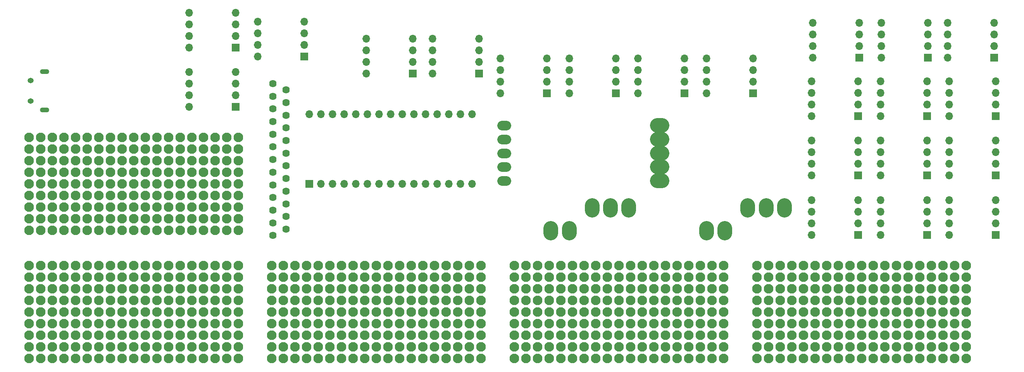
<source format=gbs>
%MOIN*%
%OFA0B0*%
%FSLAX46Y46*%
%IPPOS*%
%LPD*%
%ADD10O,0.066929133858267723X0.066929133858267723*%
%ADD11R,0.066929133858267723X0.066929133858267723*%
%ADD22O,0.066929133858267723X0.066929133858267723*%
%ADD23R,0.066929133858267723X0.066929133858267723*%
%ADD24O,0.066929133858267723X0.066929133858267723*%
%ADD25R,0.066929133858267723X0.066929133858267723*%
%ADD26O,0.066929133858267723X0.066929133858267723*%
%ADD27R,0.066929133858267723X0.066929133858267723*%
%ADD28O,0.066929133858267723X0.066929133858267723*%
%ADD29R,0.066929133858267723X0.066929133858267723*%
%ADD30O,0.066929133858267723X0.066929133858267723*%
%ADD31R,0.066929133858267723X0.066929133858267723*%
%ADD32O,0.066929133858267723X0.066929133858267723*%
%ADD33R,0.066929133858267723X0.066929133858267723*%
%ADD34O,0.066929133858267723X0.066929133858267723*%
%ADD35R,0.066929133858267723X0.066929133858267723*%
%ADD36O,0.066929133858267723X0.066929133858267723*%
%ADD37R,0.066929133858267723X0.066929133858267723*%
%ADD38O,0.066929133858267723X0.066929133858267723*%
%ADD39R,0.066929133858267723X0.066929133858267723*%
%ADD40O,0.066929133858267723X0.066929133858267723*%
%ADD41R,0.066929133858267723X0.066929133858267723*%
%ADD42O,0.066929133858267723X0.066929133858267723*%
%ADD43R,0.066929133858267723X0.066929133858267723*%
%ADD44O,0.066929133858267723X0.066929133858267723*%
%ADD45R,0.066929133858267723X0.066929133858267723*%
%ADD46O,0.066929133858267723X0.066929133858267723*%
%ADD47R,0.066929133858267723X0.066929133858267723*%
%ADD48O,0.066929133858267723X0.066929133858267723*%
%ADD49R,0.066929133858267723X0.066929133858267723*%
%ADD50O,0.066929133858267723X0.066929133858267723*%
%ADD51R,0.066929133858267723X0.066929133858267723*%
%ADD52O,0.066929133858267723X0.066929133858267723*%
%ADD53R,0.066929133858267723X0.066929133858267723*%
%ADD54O,0.066929133858267723X0.066929133858267723*%
%ADD55R,0.066929133858267723X0.066929133858267723*%
%ADD56O,0.066929133858267723X0.066929133858267723*%
%ADD57R,0.066929133858267723X0.066929133858267723*%
%ADD58O,0.066929133858267723X0.066929133858267723*%
%ADD59R,0.066929133858267723X0.066929133858267723*%
%ADD60C,0.082677165354330714*%
%ADD61C,0.082677165354330714*%
%ADD62C,0.082677165354330714*%
%ADD63C,0.082677165354330714*%
%ADD64C,0.082677165354330714*%
%ADD65C,0.086740000000000012*%
%ADD66C,0.12611*%
%ADD67C,0.086740000000000012*%
%ADD68C,0.12611*%
%ADD69O,0.07874015748031496X0.043307086614173235*%
%ADD70O,0.053149606299212608X0.0452755905511811*%
%ADD71C,0.063937007874015753*%
%ADD72O,0.066929133858267723X0.066929133858267723*%
%ADD73R,0.066929133858267723X0.066929133858267723*%
%ADD74O,0.066929133858267723X0.066929133858267723*%
%ADD75R,0.066929133858267723X0.066929133858267723*%
G01*
D10*
X-0000065866Y-0000110275D02*
X0001484133Y0002264724D03*
X0001884133Y0002564724D03*
X0001484133Y0002364724D03*
X0001884133Y0002464724D03*
X0001484133Y0002464724D03*
X0001884133Y0002364724D03*
X0001484133Y0002564724D03*
D11*
X0001884133Y0002264724D03*
G04 next file*
G04 Gerber Fmt 4.6, Leading zero omitted, Abs format (unit mm)*
G04 Created by KiCad (PCBNEW (5.1.6)-1) date 2020-09-18 13:03:01*
G01*
G04 APERTURE LIST*
G04 APERTURE END LIST*
D22*
X0005288464Y-0001212637D02*
X0006838464Y0001162362D03*
X0007238464Y0001462362D03*
X0006838464Y0001262362D03*
X0007238464Y0001362362D03*
X0006838464Y0001362362D03*
X0007238464Y0001262362D03*
X0006838464Y0001462362D03*
D23*
X0007238464Y0001162362D03*
G04 next file*
G04 Gerber Fmt 4.6, Leading zero omitted, Abs format (unit mm)*
G04 Created by KiCad (PCBNEW (5.1.6)-1) date 2020-09-18 13:03:01*
G01*
G04 APERTURE LIST*
G04 APERTURE END LIST*
D24*
X0005879015Y-0001212637D02*
X0007429015Y0001162362D03*
X0007829015Y0001462362D03*
X0007429015Y0001262362D03*
X0007829015Y0001362362D03*
X0007429015Y0001362362D03*
X0007829015Y0001262362D03*
X0007429015Y0001462362D03*
D25*
X0007829015Y0001162362D03*
G04 next file*
G04 Gerber Fmt 4.6, Leading zero omitted, Abs format (unit mm)*
G04 Created by KiCad (PCBNEW (5.1.6)-1) date 2020-09-18 13:03:01*
G01*
G04 APERTURE LIST*
G04 APERTURE END LIST*
D26*
X0006469566Y-0001212637D02*
X0008019566Y0001162362D03*
X0008419566Y0001462362D03*
X0008019566Y0001262362D03*
X0008419566Y0001362362D03*
X0008019566Y0001362362D03*
X0008419566Y0001262362D03*
X0008019566Y0001462362D03*
D27*
X0008419566Y0001162362D03*
G04 next file*
G04 Gerber Fmt 4.6, Leading zero omitted, Abs format (unit mm)*
G04 Created by KiCad (PCBNEW (5.1.6)-1) date 2020-09-18 13:03:01*
G01*
G04 APERTURE LIST*
G04 APERTURE END LIST*
D28*
X0005288464Y-0000700826D02*
X0006838464Y0001674173D03*
X0007238464Y0001974173D03*
X0006838464Y0001774173D03*
X0007238464Y0001874173D03*
X0006838464Y0001874173D03*
X0007238464Y0001774173D03*
X0006838464Y0001974173D03*
D29*
X0007238464Y0001674173D03*
G04 next file*
G04 Gerber Fmt 4.6, Leading zero omitted, Abs format (unit mm)*
G04 Created by KiCad (PCBNEW (5.1.6)-1) date 2020-09-18 13:03:01*
G01*
G04 APERTURE LIST*
G04 APERTURE END LIST*
D30*
X0005879015Y-0000700826D02*
X0007429015Y0001674173D03*
X0007829015Y0001974173D03*
X0007429015Y0001774173D03*
X0007829015Y0001874173D03*
X0007429015Y0001874173D03*
X0007829015Y0001774173D03*
X0007429015Y0001974173D03*
D31*
X0007829015Y0001674173D03*
G04 next file*
G04 Gerber Fmt 4.6, Leading zero omitted, Abs format (unit mm)*
G04 Created by KiCad (PCBNEW (5.1.6)-1) date 2020-09-18 13:03:01*
G01*
G04 APERTURE LIST*
G04 APERTURE END LIST*
D32*
X0006469566Y-0000700826D02*
X0008019566Y0001674173D03*
X0008419566Y0001974173D03*
X0008019566Y0001774173D03*
X0008419566Y0001874173D03*
X0008019566Y0001874173D03*
X0008419566Y0001774173D03*
X0008019566Y0001974173D03*
D33*
X0008419566Y0001674173D03*
G04 next file*
G04 Gerber Fmt 4.6, Leading zero omitted, Abs format (unit mm)*
G04 Created by KiCad (PCBNEW (5.1.6)-1) date 2020-09-18 13:03:01*
G01*
G04 APERTURE LIST*
G04 APERTURE END LIST*
D34*
X0005288464Y-0000189015D02*
X0006838464Y0002185984D03*
X0007238464Y0002485984D03*
X0006838464Y0002285984D03*
X0007238464Y0002385984D03*
X0006838464Y0002385984D03*
X0007238464Y0002285984D03*
X0006838464Y0002485984D03*
D35*
X0007238464Y0002185984D03*
G04 next file*
G04 Gerber Fmt 4.6, Leading zero omitted, Abs format (unit mm)*
G04 Created by KiCad (PCBNEW (5.1.6)-1) date 2020-09-18 13:03:01*
G01*
G04 APERTURE LIST*
G04 APERTURE END LIST*
D36*
X0005879015Y-0000189015D02*
X0007429015Y0002185984D03*
X0007829015Y0002485984D03*
X0007429015Y0002285984D03*
X0007829015Y0002385984D03*
X0007429015Y0002385984D03*
X0007829015Y0002285984D03*
X0007429015Y0002485984D03*
D37*
X0007829015Y0002185984D03*
G04 next file*
G04 Gerber Fmt 4.6, Leading zero omitted, Abs format (unit mm)*
G04 Created by KiCad (PCBNEW (5.1.6)-1) date 2020-09-18 13:03:01*
G01*
G04 APERTURE LIST*
G04 APERTURE END LIST*
D38*
X0006469566Y-0000189015D02*
X0008019566Y0002185984D03*
X0008419566Y0002485984D03*
X0008019566Y0002285984D03*
X0008419566Y0002385984D03*
X0008019566Y0002385984D03*
X0008419566Y0002285984D03*
X0008019566Y0002485984D03*
D39*
X0008419566Y0002185984D03*
G04 next file*
G04 Gerber Fmt 4.6, Leading zero omitted, Abs format (unit mm)*
G04 Created by KiCad (PCBNEW (5.1.6)-1) date 2020-09-18 13:03:01*
G01*
G04 APERTURE LIST*
G04 APERTURE END LIST*
D40*
X0002611299Y0000007834D02*
X0004161299Y0002382834D03*
X0004561299Y0002682834D03*
X0004161299Y0002482834D03*
X0004561299Y0002582834D03*
X0004161299Y0002582834D03*
X0004561299Y0002482834D03*
X0004161299Y0002682834D03*
D41*
X0004561299Y0002382834D03*
G04 next file*
G04 Gerber Fmt 4.6, Leading zero omitted, Abs format (unit mm)*
G04 Created by KiCad (PCBNEW (5.1.6)-1) date 2020-09-18 13:03:01*
G01*
G04 APERTURE LIST*
G04 APERTURE END LIST*
D42*
X0000524685Y0000322795D02*
X0002074685Y0002697795D03*
X0002474685Y0002997795D03*
X0002074685Y0002797795D03*
X0002474685Y0002897795D03*
X0002074685Y0002897795D03*
X0002474685Y0002797795D03*
X0002074685Y0002997795D03*
D43*
X0002474685Y0002697795D03*
G04 next file*
G04 Gerber Fmt 4.6, Leading zero omitted, Abs format (unit mm)*
G04 Created by KiCad (PCBNEW (5.1.6)-1) date 2020-09-18 13:03:01*
G01*
G04 APERTURE LIST*
G04 APERTURE END LIST*
D44*
X-0000065866Y0000401535D02*
X0001484133Y0002776535D03*
X0001884133Y0003076535D03*
X0001484133Y0002876535D03*
X0001884133Y0002976535D03*
X0001484133Y0002976535D03*
X0001884133Y0002876535D03*
X0001484133Y0003076535D03*
D45*
X0001884133Y0002776535D03*
G04 next file*
G04 Gerber Fmt 4.6, Leading zero omitted, Abs format (unit mm)*
G04 Created by KiCad (PCBNEW (5.1.6)-1) date 2020-09-18 13:03:01*
G01*
G04 APERTURE LIST*
G04 APERTURE END LIST*
D46*
X0001456692Y0000177165D02*
X0003006692Y0002552165D03*
X0003406692Y0002852165D03*
X0003006692Y0002652165D03*
X0003406692Y0002752165D03*
X0003006692Y0002752165D03*
X0003406692Y0002652165D03*
X0003006692Y0002852165D03*
D47*
X0003406692Y0002552165D03*
G04 next file*
G04 Gerber Fmt 4.6, Leading zero omitted, Abs format (unit mm)*
G04 Created by KiCad (PCBNEW (5.1.6)-1) date 2020-09-18 13:03:01*
G01*
G04 APERTURE LIST*
G04 APERTURE END LIST*
D48*
X0002027559Y0000177165D02*
X0003577559Y0002552165D03*
X0003977559Y0002852165D03*
X0003577559Y0002652165D03*
X0003977559Y0002752165D03*
X0003577559Y0002752165D03*
X0003977559Y0002652165D03*
X0003577559Y0002852165D03*
D49*
X0003977559Y0002552165D03*
G04 next file*
G04 Gerber Fmt 4.6, Leading zero omitted, Abs format (unit mm)*
G04 Created by KiCad (PCBNEW (5.1.6)-1) date 2020-09-18 13:03:01*
G01*
G04 APERTURE LIST*
G04 APERTURE END LIST*
D50*
X0003201850Y0000007834D02*
X0004751850Y0002382834D03*
X0005151850Y0002682834D03*
X0004751850Y0002482834D03*
X0005151850Y0002582834D03*
X0004751850Y0002582834D03*
X0005151850Y0002482834D03*
X0004751850Y0002682834D03*
D51*
X0005151850Y0002382834D03*
G04 next file*
G04 Gerber Fmt 4.6, Leading zero omitted, Abs format (unit mm)*
G04 Created by KiCad (PCBNEW (5.1.6)-1) date 2020-09-18 13:03:01*
G01*
G04 APERTURE LIST*
G04 APERTURE END LIST*
D52*
X0003792401Y0000007834D02*
X0005342401Y0002382834D03*
X0005742401Y0002682834D03*
X0005342401Y0002482834D03*
X0005742401Y0002582834D03*
X0005342401Y0002582834D03*
X0005742401Y0002482834D03*
X0005342401Y0002682834D03*
D53*
X0005742401Y0002382834D03*
G04 next file*
G04 Gerber Fmt 4.6, Leading zero omitted, Abs format (unit mm)*
G04 Created by KiCad (PCBNEW (5.1.6)-1) date 2020-09-18 13:03:01*
G01*
G04 APERTURE LIST*
G04 APERTURE END LIST*
D54*
X0004382952Y0000007834D02*
X0005932952Y0002382834D03*
X0006332952Y0002682834D03*
X0005932952Y0002482834D03*
X0006332952Y0002582834D03*
X0005932952Y0002582834D03*
X0006332952Y0002482834D03*
X0005932952Y0002682834D03*
D55*
X0006332952Y0002382834D03*
G04 next file*
G04 Gerber Fmt 4.6, Leading zero omitted, Abs format (unit mm)*
G04 Created by KiCad (PCBNEW (5.1.6)-1) date 2020-09-18 13:03:01*
G01*
G04 APERTURE LIST*
G04 APERTURE END LIST*
D56*
X0005295275Y0000314960D02*
X0006845275Y0002689960D03*
X0007245275Y0002989960D03*
X0006845275Y0002789960D03*
X0007245275Y0002889960D03*
X0006845275Y0002889960D03*
X0007245275Y0002789960D03*
X0006845275Y0002989960D03*
D57*
X0007245275Y0002689960D03*
G04 next file*
G04 Gerber Fmt 4.6, Leading zero omitted, Abs format (unit mm)*
G04 Created by KiCad (PCBNEW (5.1.6)-1) date 2020-09-18 13:03:01*
G01*
G04 APERTURE LIST*
G04 APERTURE END LIST*
D58*
X0005885826Y0000314960D02*
X0007435826Y0002689960D03*
X0007835826Y0002989960D03*
X0007435826Y0002789960D03*
X0007835826Y0002889960D03*
X0007435826Y0002889960D03*
X0007835826Y0002789960D03*
X0007435826Y0002989960D03*
D59*
X0007835826Y0002689960D03*
G04 next file*
G04 Gerber Fmt 4.6, Leading zero omitted, Abs format (unit mm)*
G04 Created by KiCad (PCBNEW (5.1.6)-1) date 2020-09-18 16:39:39*
G01*
G04 APERTURE LIST*
G04 APERTURE END LIST*
D60*
X-0001492126Y-0002600000D02*
X0001907873Y0000899999D03*
X0001907873Y0000799999D03*
X0001907873Y0000699999D03*
X0001907873Y0000599999D03*
X0001907873Y0000499999D03*
X0001907873Y0000399999D03*
X0001907873Y0000299999D03*
X0001907873Y0000199999D03*
X0001907873Y0000099999D03*
X0001807873Y0000899999D03*
X0001807873Y0000799999D03*
X0001807873Y0000699999D03*
X0001807873Y0000599999D03*
X0001807873Y0000499999D03*
X0001807873Y0000399999D03*
X0001807873Y0000299999D03*
X0001807873Y0000199999D03*
X0001807873Y0000099999D03*
X0001707873Y0000899999D03*
X0001707873Y0000799999D03*
X0001707873Y0000699999D03*
X0001707873Y0000599999D03*
X0001707873Y0000499999D03*
X0001707873Y0000399999D03*
X0001707873Y0000299999D03*
X0001707873Y0000199999D03*
X0001707873Y0000099999D03*
X0001607873Y0000899999D03*
X0001607873Y0000799999D03*
X0001607873Y0000699999D03*
X0001607873Y0000599999D03*
X0001607873Y0000499999D03*
X0001607873Y0000399999D03*
X0001607873Y0000299999D03*
X0001607873Y0000199999D03*
X0001607873Y0000099999D03*
X0001507873Y0000899999D03*
X0001507873Y0000799999D03*
X0001507873Y0000699999D03*
X0001507873Y0000599999D03*
X0001507873Y0000499999D03*
X0001507873Y0000399999D03*
X0001507873Y0000299999D03*
X0001507873Y0000199999D03*
X0001507873Y0000099999D03*
X0001407873Y0000899999D03*
X0001407873Y0000799999D03*
X0001407873Y0000699999D03*
X0001407873Y0000599999D03*
X0001407873Y0000499999D03*
X0001407873Y0000399999D03*
X0001407873Y0000299999D03*
X0001407873Y0000199999D03*
X0001407873Y0000099999D03*
X0001307873Y0000899999D03*
X0001307873Y0000799999D03*
X0001307873Y0000699999D03*
X0001307873Y0000599999D03*
X0001307873Y0000499999D03*
X0001307873Y0000399999D03*
X0001307873Y0000299999D03*
X0001307873Y0000199999D03*
X0001307873Y0000099999D03*
X0001207873Y0000899999D03*
X0001207873Y0000799999D03*
X0001207873Y0000699999D03*
X0001207873Y0000599999D03*
X0001207873Y0000499999D03*
X0001207873Y0000399999D03*
X0001207873Y0000299999D03*
X0001207873Y0000199999D03*
X0001207873Y0000099999D03*
X0001107873Y0000899999D03*
X0001107873Y0000799999D03*
X0001107873Y0000699999D03*
X0001107873Y0000599999D03*
X0001107873Y0000499999D03*
X0001107873Y0000399999D03*
X0001107873Y0000299999D03*
X0001107873Y0000199999D03*
X0001107873Y0000099999D03*
X0001007873Y0000899999D03*
X0001007873Y0000799999D03*
X0001007873Y0000699999D03*
X0001007873Y0000599999D03*
X0001007873Y0000499999D03*
X0001007873Y0000399999D03*
X0001007873Y0000299999D03*
X0001007873Y0000199999D03*
X0001007873Y0000099999D03*
X0000907873Y0000899999D03*
X0000907873Y0000799999D03*
X0000907873Y0000699999D03*
X0000907873Y0000599999D03*
X0000907873Y0000499999D03*
X0000907873Y0000399999D03*
X0000907873Y0000299999D03*
X0000907873Y0000199999D03*
X0000907873Y0000099999D03*
X0000807873Y0000899999D03*
X0000807873Y0000799999D03*
X0000807873Y0000699999D03*
X0000807873Y0000599999D03*
X0000807873Y0000499999D03*
X0000807873Y0000399999D03*
X0000807873Y0000299999D03*
X0000807873Y0000199999D03*
X0000807873Y0000099999D03*
X0000707873Y0000899999D03*
X0000707873Y0000799999D03*
X0000707873Y0000699999D03*
X0000707873Y0000599999D03*
X0000707873Y0000499999D03*
X0000707873Y0000399999D03*
X0000707873Y0000299999D03*
X0000707873Y0000199999D03*
X0000707873Y0000099999D03*
X0000607873Y0000899999D03*
X0000607873Y0000799999D03*
X0000607873Y0000699999D03*
X0000607873Y0000599999D03*
X0000607873Y0000499999D03*
X0000607873Y0000399999D03*
X0000607873Y0000299999D03*
X0000607873Y0000199999D03*
X0000607873Y0000099999D03*
X0000507873Y0000899999D03*
X0000507873Y0000799999D03*
X0000507873Y0000699999D03*
X0000507873Y0000599999D03*
X0000507873Y0000499999D03*
X0000507873Y0000399999D03*
X0000507873Y0000299999D03*
X0000507873Y0000199999D03*
X0000507873Y0000099999D03*
X0000407873Y0000899999D03*
X0000407873Y0000799999D03*
X0000407873Y0000699999D03*
X0000407873Y0000599999D03*
X0000407873Y0000499999D03*
X0000407873Y0000399999D03*
X0000407873Y0000299999D03*
X0000407873Y0000199999D03*
X0000407873Y0000099999D03*
X0000307873Y0000899999D03*
X0000307873Y0000799999D03*
X0000307873Y0000699999D03*
X0000307873Y0000599999D03*
X0000307873Y0000499999D03*
X0000307873Y0000399999D03*
X0000307873Y0000299999D03*
X0000307873Y0000199999D03*
X0000307873Y0000099999D03*
X0000207873Y0000899999D03*
X0000207873Y0000799999D03*
X0000207873Y0000699999D03*
X0000207873Y0000599999D03*
X0000207873Y0000499999D03*
X0000207873Y0000399999D03*
X0000207873Y0000299999D03*
X0000207873Y0000199999D03*
X0000207873Y0000099999D03*
X0000107873Y0000899999D03*
X0000107873Y0000799999D03*
X0000107873Y0000699999D03*
X0000107873Y0000599999D03*
X0000107873Y0000499999D03*
X0000107873Y0000399999D03*
X0000107873Y0000299999D03*
X0000107873Y0000199999D03*
X0000107873Y0000099999D03*
G04 next file*
G04 Gerber Fmt 4.6, Leading zero omitted, Abs format (unit mm)*
G04 Created by KiCad (PCBNEW (5.1.6)-1) date 2020-09-18 16:39:39*
G01*
G04 APERTURE LIST*
G04 APERTURE END LIST*
D61*
X0000594488Y-0002600000D02*
X0003994488Y0000899999D03*
X0003994488Y0000799999D03*
X0003994488Y0000699999D03*
X0003994488Y0000599999D03*
X0003994488Y0000499999D03*
X0003994488Y0000399999D03*
X0003994488Y0000299999D03*
X0003994488Y0000199999D03*
X0003994488Y0000099999D03*
X0003894488Y0000899999D03*
X0003894488Y0000799999D03*
X0003894488Y0000699999D03*
X0003894488Y0000599999D03*
X0003894488Y0000499999D03*
X0003894488Y0000399999D03*
X0003894488Y0000299999D03*
X0003894488Y0000199999D03*
X0003894488Y0000099999D03*
X0003794488Y0000899999D03*
X0003794488Y0000799999D03*
X0003794488Y0000699999D03*
X0003794488Y0000599999D03*
X0003794488Y0000499999D03*
X0003794488Y0000399999D03*
X0003794488Y0000299999D03*
X0003794488Y0000199999D03*
X0003794488Y0000099999D03*
X0003694488Y0000899999D03*
X0003694488Y0000799999D03*
X0003694488Y0000699999D03*
X0003694488Y0000599999D03*
X0003694488Y0000499999D03*
X0003694488Y0000399999D03*
X0003694488Y0000299999D03*
X0003694488Y0000199999D03*
X0003694488Y0000099999D03*
X0003594488Y0000899999D03*
X0003594488Y0000799999D03*
X0003594488Y0000699999D03*
X0003594488Y0000599999D03*
X0003594488Y0000499999D03*
X0003594488Y0000399999D03*
X0003594488Y0000299999D03*
X0003594488Y0000199999D03*
X0003594488Y0000099999D03*
X0003494488Y0000899999D03*
X0003494488Y0000799999D03*
X0003494488Y0000699999D03*
X0003494488Y0000599999D03*
X0003494488Y0000499999D03*
X0003494488Y0000399999D03*
X0003494488Y0000299999D03*
X0003494488Y0000199999D03*
X0003494488Y0000099999D03*
X0003394488Y0000899999D03*
X0003394488Y0000799999D03*
X0003394488Y0000699999D03*
X0003394488Y0000599999D03*
X0003394488Y0000499999D03*
X0003394488Y0000399999D03*
X0003394488Y0000299999D03*
X0003394488Y0000199999D03*
X0003394488Y0000099999D03*
X0003294488Y0000899999D03*
X0003294488Y0000799999D03*
X0003294488Y0000699999D03*
X0003294488Y0000599999D03*
X0003294488Y0000499999D03*
X0003294488Y0000399999D03*
X0003294488Y0000299999D03*
X0003294488Y0000199999D03*
X0003294488Y0000099999D03*
X0003194488Y0000899999D03*
X0003194488Y0000799999D03*
X0003194488Y0000699999D03*
X0003194488Y0000599999D03*
X0003194488Y0000499999D03*
X0003194488Y0000399999D03*
X0003194488Y0000299999D03*
X0003194488Y0000199999D03*
X0003194488Y0000099999D03*
X0003094488Y0000899999D03*
X0003094488Y0000799999D03*
X0003094488Y0000699999D03*
X0003094488Y0000599999D03*
X0003094488Y0000499999D03*
X0003094488Y0000399999D03*
X0003094488Y0000299999D03*
X0003094488Y0000199999D03*
X0003094488Y0000099999D03*
X0002994488Y0000899999D03*
X0002994488Y0000799999D03*
X0002994488Y0000699999D03*
X0002994488Y0000599999D03*
X0002994488Y0000499999D03*
X0002994488Y0000399999D03*
X0002994488Y0000299999D03*
X0002994488Y0000199999D03*
X0002994488Y0000099999D03*
X0002894488Y0000899999D03*
X0002894488Y0000799999D03*
X0002894488Y0000699999D03*
X0002894488Y0000599999D03*
X0002894488Y0000499999D03*
X0002894488Y0000399999D03*
X0002894488Y0000299999D03*
X0002894488Y0000199999D03*
X0002894488Y0000099999D03*
X0002794488Y0000899999D03*
X0002794488Y0000799999D03*
X0002794488Y0000699999D03*
X0002794488Y0000599999D03*
X0002794488Y0000499999D03*
X0002794488Y0000399999D03*
X0002794488Y0000299999D03*
X0002794488Y0000199999D03*
X0002794488Y0000099999D03*
X0002694488Y0000899999D03*
X0002694488Y0000799999D03*
X0002694488Y0000699999D03*
X0002694488Y0000599999D03*
X0002694488Y0000499999D03*
X0002694488Y0000399999D03*
X0002694488Y0000299999D03*
X0002694488Y0000199999D03*
X0002694488Y0000099999D03*
X0002594488Y0000899999D03*
X0002594488Y0000799999D03*
X0002594488Y0000699999D03*
X0002594488Y0000599999D03*
X0002594488Y0000499999D03*
X0002594488Y0000399999D03*
X0002594488Y0000299999D03*
X0002594488Y0000199999D03*
X0002594488Y0000099999D03*
X0002494488Y0000899999D03*
X0002494488Y0000799999D03*
X0002494488Y0000699999D03*
X0002494488Y0000599999D03*
X0002494488Y0000499999D03*
X0002494488Y0000399999D03*
X0002494488Y0000299999D03*
X0002494488Y0000199999D03*
X0002494488Y0000099999D03*
X0002394488Y0000899999D03*
X0002394488Y0000799999D03*
X0002394488Y0000699999D03*
X0002394488Y0000599999D03*
X0002394488Y0000499999D03*
X0002394488Y0000399999D03*
X0002394488Y0000299999D03*
X0002394488Y0000199999D03*
X0002394488Y0000099999D03*
X0002294488Y0000899999D03*
X0002294488Y0000799999D03*
X0002294488Y0000699999D03*
X0002294488Y0000599999D03*
X0002294488Y0000499999D03*
X0002294488Y0000399999D03*
X0002294488Y0000299999D03*
X0002294488Y0000199999D03*
X0002294488Y0000099999D03*
X0002194488Y0000899999D03*
X0002194488Y0000799999D03*
X0002194488Y0000699999D03*
X0002194488Y0000599999D03*
X0002194488Y0000499999D03*
X0002194488Y0000399999D03*
X0002194488Y0000299999D03*
X0002194488Y0000199999D03*
X0002194488Y0000099999D03*
G04 next file*
G04 Gerber Fmt 4.6, Leading zero omitted, Abs format (unit mm)*
G04 Created by KiCad (PCBNEW (5.1.6)-1) date 2020-09-18 16:39:39*
G01*
G04 APERTURE LIST*
G04 APERTURE END LIST*
D62*
X0002681102Y-0002600000D02*
X0006081102Y0000899999D03*
X0006081102Y0000799999D03*
X0006081102Y0000699999D03*
X0006081102Y0000599999D03*
X0006081102Y0000499999D03*
X0006081102Y0000399999D03*
X0006081102Y0000299999D03*
X0006081102Y0000199999D03*
X0006081102Y0000099999D03*
X0005981102Y0000899999D03*
X0005981102Y0000799999D03*
X0005981102Y0000699999D03*
X0005981102Y0000599999D03*
X0005981102Y0000499999D03*
X0005981102Y0000399999D03*
X0005981102Y0000299999D03*
X0005981102Y0000199999D03*
X0005981102Y0000099999D03*
X0005881102Y0000899999D03*
X0005881102Y0000799999D03*
X0005881102Y0000699999D03*
X0005881102Y0000599999D03*
X0005881102Y0000499999D03*
X0005881102Y0000399999D03*
X0005881102Y0000299999D03*
X0005881102Y0000199999D03*
X0005881102Y0000099999D03*
X0005781102Y0000899999D03*
X0005781102Y0000799999D03*
X0005781102Y0000699999D03*
X0005781102Y0000599999D03*
X0005781102Y0000499999D03*
X0005781102Y0000399999D03*
X0005781102Y0000299999D03*
X0005781102Y0000199999D03*
X0005781102Y0000099999D03*
X0005681102Y0000899999D03*
X0005681102Y0000799999D03*
X0005681102Y0000699999D03*
X0005681102Y0000599999D03*
X0005681102Y0000499999D03*
X0005681102Y0000399999D03*
X0005681102Y0000299999D03*
X0005681102Y0000199999D03*
X0005681102Y0000099999D03*
X0005581102Y0000899999D03*
X0005581102Y0000799999D03*
X0005581102Y0000699999D03*
X0005581102Y0000599999D03*
X0005581102Y0000499999D03*
X0005581102Y0000399999D03*
X0005581102Y0000299999D03*
X0005581102Y0000199999D03*
X0005581102Y0000099999D03*
X0005481102Y0000899999D03*
X0005481102Y0000799999D03*
X0005481102Y0000699999D03*
X0005481102Y0000599999D03*
X0005481102Y0000499999D03*
X0005481102Y0000399999D03*
X0005481102Y0000299999D03*
X0005481102Y0000199999D03*
X0005481102Y0000099999D03*
X0005381102Y0000899999D03*
X0005381102Y0000799999D03*
X0005381102Y0000699999D03*
X0005381102Y0000599999D03*
X0005381102Y0000499999D03*
X0005381102Y0000399999D03*
X0005381102Y0000299999D03*
X0005381102Y0000199999D03*
X0005381102Y0000099999D03*
X0005281102Y0000899999D03*
X0005281102Y0000799999D03*
X0005281102Y0000699999D03*
X0005281102Y0000599999D03*
X0005281102Y0000499999D03*
X0005281102Y0000399999D03*
X0005281102Y0000299999D03*
X0005281102Y0000199999D03*
X0005281102Y0000099999D03*
X0005181102Y0000899999D03*
X0005181102Y0000799999D03*
X0005181102Y0000699999D03*
X0005181102Y0000599999D03*
X0005181102Y0000499999D03*
X0005181102Y0000399999D03*
X0005181102Y0000299999D03*
X0005181102Y0000199999D03*
X0005181102Y0000099999D03*
X0005081102Y0000899999D03*
X0005081102Y0000799999D03*
X0005081102Y0000699999D03*
X0005081102Y0000599999D03*
X0005081102Y0000499999D03*
X0005081102Y0000399999D03*
X0005081102Y0000299999D03*
X0005081102Y0000199999D03*
X0005081102Y0000099999D03*
X0004981102Y0000899999D03*
X0004981102Y0000799999D03*
X0004981102Y0000699999D03*
X0004981102Y0000599999D03*
X0004981102Y0000499999D03*
X0004981102Y0000399999D03*
X0004981102Y0000299999D03*
X0004981102Y0000199999D03*
X0004981102Y0000099999D03*
X0004881102Y0000899999D03*
X0004881102Y0000799999D03*
X0004881102Y0000699999D03*
X0004881102Y0000599999D03*
X0004881102Y0000499999D03*
X0004881102Y0000399999D03*
X0004881102Y0000299999D03*
X0004881102Y0000199999D03*
X0004881102Y0000099999D03*
X0004781102Y0000899999D03*
X0004781102Y0000799999D03*
X0004781102Y0000699999D03*
X0004781102Y0000599999D03*
X0004781102Y0000499999D03*
X0004781102Y0000399999D03*
X0004781102Y0000299999D03*
X0004781102Y0000199999D03*
X0004781102Y0000099999D03*
X0004681102Y0000899999D03*
X0004681102Y0000799999D03*
X0004681102Y0000699999D03*
X0004681102Y0000599999D03*
X0004681102Y0000499999D03*
X0004681102Y0000399999D03*
X0004681102Y0000299999D03*
X0004681102Y0000199999D03*
X0004681102Y0000099999D03*
X0004581102Y0000899999D03*
X0004581102Y0000799999D03*
X0004581102Y0000699999D03*
X0004581102Y0000599999D03*
X0004581102Y0000499999D03*
X0004581102Y0000399999D03*
X0004581102Y0000299999D03*
X0004581102Y0000199999D03*
X0004581102Y0000099999D03*
X0004481102Y0000899999D03*
X0004481102Y0000799999D03*
X0004481102Y0000699999D03*
X0004481102Y0000599999D03*
X0004481102Y0000499999D03*
X0004481102Y0000399999D03*
X0004481102Y0000299999D03*
X0004481102Y0000199999D03*
X0004481102Y0000099999D03*
X0004381102Y0000899999D03*
X0004381102Y0000799999D03*
X0004381102Y0000699999D03*
X0004381102Y0000599999D03*
X0004381102Y0000499999D03*
X0004381102Y0000399999D03*
X0004381102Y0000299999D03*
X0004381102Y0000199999D03*
X0004381102Y0000099999D03*
X0004281102Y0000899999D03*
X0004281102Y0000799999D03*
X0004281102Y0000699999D03*
X0004281102Y0000599999D03*
X0004281102Y0000499999D03*
X0004281102Y0000399999D03*
X0004281102Y0000299999D03*
X0004281102Y0000199999D03*
X0004281102Y0000099999D03*
G04 next file*
G04 Gerber Fmt 4.6, Leading zero omitted, Abs format (unit mm)*
G04 Created by KiCad (PCBNEW (5.1.6)-1) date 2020-09-18 16:39:39*
G01*
G04 APERTURE LIST*
G04 APERTURE END LIST*
D63*
X0004767716Y-0002600000D02*
X0008167716Y0000899999D03*
X0008167716Y0000799999D03*
X0008167716Y0000699999D03*
X0008167716Y0000599999D03*
X0008167716Y0000499999D03*
X0008167716Y0000399999D03*
X0008167716Y0000299999D03*
X0008167716Y0000199999D03*
X0008167716Y0000099999D03*
X0008067716Y0000899999D03*
X0008067716Y0000799999D03*
X0008067716Y0000699999D03*
X0008067716Y0000599999D03*
X0008067716Y0000499999D03*
X0008067716Y0000399999D03*
X0008067716Y0000299999D03*
X0008067716Y0000199999D03*
X0008067716Y0000099999D03*
X0007967716Y0000899999D03*
X0007967716Y0000799999D03*
X0007967716Y0000699999D03*
X0007967716Y0000599999D03*
X0007967716Y0000499999D03*
X0007967716Y0000399999D03*
X0007967716Y0000299999D03*
X0007967716Y0000199999D03*
X0007967716Y0000099999D03*
X0007867716Y0000899999D03*
X0007867716Y0000799999D03*
X0007867716Y0000699999D03*
X0007867716Y0000599999D03*
X0007867716Y0000499999D03*
X0007867716Y0000399999D03*
X0007867716Y0000299999D03*
X0007867716Y0000199999D03*
X0007867716Y0000099999D03*
X0007767716Y0000899999D03*
X0007767716Y0000799999D03*
X0007767716Y0000699999D03*
X0007767716Y0000599999D03*
X0007767716Y0000499999D03*
X0007767716Y0000399999D03*
X0007767716Y0000299999D03*
X0007767716Y0000199999D03*
X0007767716Y0000099999D03*
X0007667716Y0000899999D03*
X0007667716Y0000799999D03*
X0007667716Y0000699999D03*
X0007667716Y0000599999D03*
X0007667716Y0000499999D03*
X0007667716Y0000399999D03*
X0007667716Y0000299999D03*
X0007667716Y0000199999D03*
X0007667716Y0000099999D03*
X0007567716Y0000899999D03*
X0007567716Y0000799999D03*
X0007567716Y0000699999D03*
X0007567716Y0000599999D03*
X0007567716Y0000499999D03*
X0007567716Y0000399999D03*
X0007567716Y0000299999D03*
X0007567716Y0000199999D03*
X0007567716Y0000099999D03*
X0007467716Y0000899999D03*
X0007467716Y0000799999D03*
X0007467716Y0000699999D03*
X0007467716Y0000599999D03*
X0007467716Y0000499999D03*
X0007467716Y0000399999D03*
X0007467716Y0000299999D03*
X0007467716Y0000199999D03*
X0007467716Y0000099999D03*
X0007367716Y0000899999D03*
X0007367716Y0000799999D03*
X0007367716Y0000699999D03*
X0007367716Y0000599999D03*
X0007367716Y0000499999D03*
X0007367716Y0000399999D03*
X0007367716Y0000299999D03*
X0007367716Y0000199999D03*
X0007367716Y0000099999D03*
X0007267716Y0000899999D03*
X0007267716Y0000799999D03*
X0007267716Y0000699999D03*
X0007267716Y0000599999D03*
X0007267716Y0000499999D03*
X0007267716Y0000399999D03*
X0007267716Y0000299999D03*
X0007267716Y0000199999D03*
X0007267716Y0000099999D03*
X0007167716Y0000899999D03*
X0007167716Y0000799999D03*
X0007167716Y0000699999D03*
X0007167716Y0000599999D03*
X0007167716Y0000499999D03*
X0007167716Y0000399999D03*
X0007167716Y0000299999D03*
X0007167716Y0000199999D03*
X0007167716Y0000099999D03*
X0007067716Y0000899999D03*
X0007067716Y0000799999D03*
X0007067716Y0000699999D03*
X0007067716Y0000599999D03*
X0007067716Y0000499999D03*
X0007067716Y0000399999D03*
X0007067716Y0000299999D03*
X0007067716Y0000199999D03*
X0007067716Y0000099999D03*
X0006967716Y0000899999D03*
X0006967716Y0000799999D03*
X0006967716Y0000699999D03*
X0006967716Y0000599999D03*
X0006967716Y0000499999D03*
X0006967716Y0000399999D03*
X0006967716Y0000299999D03*
X0006967716Y0000199999D03*
X0006967716Y0000099999D03*
X0006867716Y0000899999D03*
X0006867716Y0000799999D03*
X0006867716Y0000699999D03*
X0006867716Y0000599999D03*
X0006867716Y0000499999D03*
X0006867716Y0000399999D03*
X0006867716Y0000299999D03*
X0006867716Y0000199999D03*
X0006867716Y0000099999D03*
X0006767716Y0000899999D03*
X0006767716Y0000799999D03*
X0006767716Y0000699999D03*
X0006767716Y0000599999D03*
X0006767716Y0000499999D03*
X0006767716Y0000399999D03*
X0006767716Y0000299999D03*
X0006767716Y0000199999D03*
X0006767716Y0000099999D03*
X0006667716Y0000899999D03*
X0006667716Y0000799999D03*
X0006667716Y0000699999D03*
X0006667716Y0000599999D03*
X0006667716Y0000499999D03*
X0006667716Y0000399999D03*
X0006667716Y0000299999D03*
X0006667716Y0000199999D03*
X0006667716Y0000099999D03*
X0006567716Y0000899999D03*
X0006567716Y0000799999D03*
X0006567716Y0000699999D03*
X0006567716Y0000599999D03*
X0006567716Y0000499999D03*
X0006567716Y0000399999D03*
X0006567716Y0000299999D03*
X0006567716Y0000199999D03*
X0006567716Y0000099999D03*
X0006467716Y0000899999D03*
X0006467716Y0000799999D03*
X0006467716Y0000699999D03*
X0006467716Y0000599999D03*
X0006467716Y0000499999D03*
X0006467716Y0000399999D03*
X0006467716Y0000299999D03*
X0006467716Y0000199999D03*
X0006467716Y0000099999D03*
X0006367716Y0000899999D03*
X0006367716Y0000799999D03*
X0006367716Y0000699999D03*
X0006367716Y0000599999D03*
X0006367716Y0000499999D03*
X0006367716Y0000399999D03*
X0006367716Y0000299999D03*
X0006367716Y0000199999D03*
X0006367716Y0000099999D03*
G04 next file*
G04 Gerber Fmt 4.6, Leading zero omitted, Abs format (unit mm)*
G04 Created by KiCad (PCBNEW (5.1.6)-1) date 2020-09-18 16:39:39*
G01*
G04 APERTURE LIST*
G04 APERTURE END LIST*
D64*
X-0001492126Y-0001497637D02*
X0001907873Y0002002362D03*
X0001907873Y0001902362D03*
X0001907873Y0001802362D03*
X0001907873Y0001702362D03*
X0001907873Y0001602362D03*
X0001907873Y0001502362D03*
X0001907873Y0001402362D03*
X0001907873Y0001302362D03*
X0001907873Y0001202362D03*
X0001807873Y0002002362D03*
X0001807873Y0001902362D03*
X0001807873Y0001802362D03*
X0001807873Y0001702362D03*
X0001807873Y0001602362D03*
X0001807873Y0001502362D03*
X0001807873Y0001402362D03*
X0001807873Y0001302362D03*
X0001807873Y0001202362D03*
X0001707873Y0002002362D03*
X0001707873Y0001902362D03*
X0001707873Y0001802362D03*
X0001707873Y0001702362D03*
X0001707873Y0001602362D03*
X0001707873Y0001502362D03*
X0001707873Y0001402362D03*
X0001707873Y0001302362D03*
X0001707873Y0001202362D03*
X0001607873Y0002002362D03*
X0001607873Y0001902362D03*
X0001607873Y0001802362D03*
X0001607873Y0001702362D03*
X0001607873Y0001602362D03*
X0001607873Y0001502362D03*
X0001607873Y0001402362D03*
X0001607873Y0001302362D03*
X0001607873Y0001202362D03*
X0001507873Y0002002362D03*
X0001507873Y0001902362D03*
X0001507873Y0001802362D03*
X0001507873Y0001702362D03*
X0001507873Y0001602362D03*
X0001507873Y0001502362D03*
X0001507873Y0001402362D03*
X0001507873Y0001302362D03*
X0001507873Y0001202362D03*
X0001407873Y0002002362D03*
X0001407873Y0001902362D03*
X0001407873Y0001802362D03*
X0001407873Y0001702362D03*
X0001407873Y0001602362D03*
X0001407873Y0001502362D03*
X0001407873Y0001402362D03*
X0001407873Y0001302362D03*
X0001407873Y0001202362D03*
X0001307873Y0002002362D03*
X0001307873Y0001902362D03*
X0001307873Y0001802362D03*
X0001307873Y0001702362D03*
X0001307873Y0001602362D03*
X0001307873Y0001502362D03*
X0001307873Y0001402362D03*
X0001307873Y0001302362D03*
X0001307873Y0001202362D03*
X0001207873Y0002002362D03*
X0001207873Y0001902362D03*
X0001207873Y0001802362D03*
X0001207873Y0001702362D03*
X0001207873Y0001602362D03*
X0001207873Y0001502362D03*
X0001207873Y0001402362D03*
X0001207873Y0001302362D03*
X0001207873Y0001202362D03*
X0001107873Y0002002362D03*
X0001107873Y0001902362D03*
X0001107873Y0001802362D03*
X0001107873Y0001702362D03*
X0001107873Y0001602362D03*
X0001107873Y0001502362D03*
X0001107873Y0001402362D03*
X0001107873Y0001302362D03*
X0001107873Y0001202362D03*
X0001007873Y0002002362D03*
X0001007873Y0001902362D03*
X0001007873Y0001802362D03*
X0001007873Y0001702362D03*
X0001007873Y0001602362D03*
X0001007873Y0001502362D03*
X0001007873Y0001402362D03*
X0001007873Y0001302362D03*
X0001007873Y0001202362D03*
X0000907873Y0002002362D03*
X0000907873Y0001902362D03*
X0000907873Y0001802362D03*
X0000907873Y0001702362D03*
X0000907873Y0001602362D03*
X0000907873Y0001502362D03*
X0000907873Y0001402362D03*
X0000907873Y0001302362D03*
X0000907873Y0001202362D03*
X0000807873Y0002002362D03*
X0000807873Y0001902362D03*
X0000807873Y0001802362D03*
X0000807873Y0001702362D03*
X0000807873Y0001602362D03*
X0000807873Y0001502362D03*
X0000807873Y0001402362D03*
X0000807873Y0001302362D03*
X0000807873Y0001202362D03*
X0000707873Y0002002362D03*
X0000707873Y0001902362D03*
X0000707873Y0001802362D03*
X0000707873Y0001702362D03*
X0000707873Y0001602362D03*
X0000707873Y0001502362D03*
X0000707873Y0001402362D03*
X0000707873Y0001302362D03*
X0000707873Y0001202362D03*
X0000607873Y0002002362D03*
X0000607873Y0001902362D03*
X0000607873Y0001802362D03*
X0000607873Y0001702362D03*
X0000607873Y0001602362D03*
X0000607873Y0001502362D03*
X0000607873Y0001402362D03*
X0000607873Y0001302362D03*
X0000607873Y0001202362D03*
X0000507873Y0002002362D03*
X0000507873Y0001902362D03*
X0000507873Y0001802362D03*
X0000507873Y0001702362D03*
X0000507873Y0001602362D03*
X0000507873Y0001502362D03*
X0000507873Y0001402362D03*
X0000507873Y0001302362D03*
X0000507873Y0001202362D03*
X0000407873Y0002002362D03*
X0000407873Y0001902362D03*
X0000407873Y0001802362D03*
X0000407873Y0001702362D03*
X0000407873Y0001602362D03*
X0000407873Y0001502362D03*
X0000407873Y0001402362D03*
X0000407873Y0001302362D03*
X0000407873Y0001202362D03*
X0000307873Y0002002362D03*
X0000307873Y0001902362D03*
X0000307873Y0001802362D03*
X0000307873Y0001702362D03*
X0000307873Y0001602362D03*
X0000307873Y0001502362D03*
X0000307873Y0001402362D03*
X0000307873Y0001302362D03*
X0000307873Y0001202362D03*
X0000207873Y0002002362D03*
X0000207873Y0001902362D03*
X0000207873Y0001802362D03*
X0000207873Y0001702362D03*
X0000207873Y0001602362D03*
X0000207873Y0001502362D03*
X0000207873Y0001402362D03*
X0000207873Y0001302362D03*
X0000207873Y0001202362D03*
X0000107873Y0002002362D03*
X0000107873Y0001902362D03*
X0000107873Y0001802362D03*
X0000107873Y0001702362D03*
X0000107873Y0001602362D03*
X0000107873Y0001502362D03*
X0000107873Y0001402362D03*
X0000107873Y0001302362D03*
X0000107873Y0001202362D03*
G04 next file*
G04 Layer: BottomSolderMaskLayer*
G04 EasyEDA v6.3.53, 2020-06-26T16:53:54--4:00*
G04 395d111042f2402990e7a52cfaf045f1,10*
G04 Gerber Generator version 0.2*
G04 Scale: 100 percent, Rotated: No, Reflected: No *
G04 Dimensions in millimeters *
G04 leading zeros omitted , absolute positions ,3 integer and 3 decimal *
G90*
G04 skipping 71
D65*
G01X0004171889Y0002105590D02*
G01X0004211259Y0002105590D01*
G01X0004171889Y0001985590D02*
G01X0004211259Y0001985590D01*
G01X0004171889Y0001865551D02*
G01X0004211259Y0001865551D01*
G01X0004171889Y0001750590D02*
G01X0004211259Y0001750590D01*
G01X0004171889Y0001630590D02*
G01X0004211259Y0001630590D01*
D66*
G01X0004595118Y0001219448D02*
G01X0004595118Y0001180078D01*
G01X0004752559Y0001219448D02*
G01X0004752559Y0001180078D01*
G01X0005264370Y0001416299D02*
G01X0005264370Y0001376929D01*
G01X0005106889Y0001416299D02*
G01X0005106889Y0001376929D01*
G01X0004949409Y0001416299D02*
G01X0004949409Y0001376929D01*
G04 next file*
G04 Layer: BottomSolderMaskLayer*
G04 EasyEDA v6.3.53, 2020-06-26T16:53:54--4:00*
G04 395d111042f2402990e7a52cfaf045f1,10*
G04 Gerber Generator version 0.2*
G04 Scale: 100 percent, Rotated: No, Reflected: No *
G04 Dimensions in millimeters *
G04 leading zeros omitted , absolute positions ,3 integer and 3 decimal *
G90*
G04 skipping 71
D67*
G01X0005510472Y0002105590D02*
G01X0005549842Y0002105590D01*
G01X0005510472Y0001985590D02*
G01X0005549842Y0001985590D01*
G01X0005510472Y0001865551D02*
G01X0005549842Y0001865551D01*
G01X0005510472Y0001750590D02*
G01X0005549842Y0001750590D01*
G01X0005510472Y0001630590D02*
G01X0005549842Y0001630590D01*
D68*
G01X0005933700Y0001219448D02*
G01X0005933700Y0001180078D01*
G01X0006091141Y0001219448D02*
G01X0006091141Y0001180078D01*
G01X0006602952Y0001416299D02*
G01X0006602952Y0001376929D01*
G01X0006445472Y0001416299D02*
G01X0006445472Y0001376929D01*
G01X0006287992Y0001416299D02*
G01X0006287992Y0001376929D01*
G04 next file*
G04 Gerber Fmt 4.6, Leading zero omitted, Abs format (unit mm)*
G04 Created by KiCad (PCBNEW (5.1.6)-1) date 2020-08-14 16:38:12*
G01*
G04 APERTURE LIST*
G04 APERTURE END LIST*
D69*
X-0000461417Y0001704724D02*
X0000238582Y0002569094D03*
X0000238582Y0002240354D03*
D70*
X0000120472Y0002492322D03*
X0000120472Y0002317125D03*
G04 next file*
G04 Gerber Fmt 4.6, Leading zero omitted, Abs format (unit mm)*
G04 Created by KiCad (PCBNEW (5.1.6)-1) date 2020-09-18 20:45:58*
G01*
G04 APERTURE LIST*
G04 APERTURE END LIST*
D71*
X-0000734252Y-0003747637D02*
X0002203747Y0001157862D03*
X0002203747Y0001266862D03*
X0002203747Y0001375862D03*
X0002203747Y0001484862D03*
X0002203747Y0001593862D03*
X0002203747Y0001702862D03*
X0002203747Y0001811862D03*
X0002203747Y0001920862D03*
X0002203747Y0002029862D03*
X0002203747Y0002138862D03*
X0002203747Y0002247862D03*
X0002203747Y0002356862D03*
X0002203747Y0002465862D03*
X0002315747Y0001212362D03*
X0002315747Y0001321362D03*
X0002315747Y0001430362D03*
X0002315747Y0001539362D03*
X0002315747Y0001648362D03*
X0002315747Y0001757362D03*
X0002315747Y0001866362D03*
X0002315747Y0001975362D03*
X0002315747Y0002084362D03*
X0002315747Y0002193362D03*
X0002315747Y0002302362D03*
X0002315747Y0002411362D03*
D72*
X0003915747Y0002202362D03*
X0003915747Y0001602362D03*
X0002515747Y0002202362D03*
X0003815747Y0001602362D03*
X0002615747Y0002202362D03*
X0003715747Y0001602362D03*
X0002715747Y0002202362D03*
X0003615747Y0001602362D03*
X0002815747Y0002202362D03*
X0003515747Y0001602362D03*
X0002915747Y0002202362D03*
X0003415747Y0001602362D03*
X0003015747Y0002202362D03*
X0003315747Y0001602362D03*
X0003115747Y0002202362D03*
X0003215747Y0001602362D03*
X0003215747Y0002202362D03*
X0003115747Y0001602362D03*
X0003315747Y0002202362D03*
X0003015747Y0001602362D03*
X0003415747Y0002202362D03*
X0002915747Y0001602362D03*
X0003515747Y0002202362D03*
X0002815747Y0001602362D03*
X0003615747Y0002202362D03*
X0002715747Y0001602362D03*
X0003715747Y0002202362D03*
X0002615747Y0001602362D03*
X0003815747Y0002202362D03*
D73*
X0002515747Y0001602362D03*
G04 next file*
G04 Gerber Fmt 4.6, Leading zero omitted, Abs format (unit mm)*
G04 Created by KiCad (PCBNEW (5.1.6)-1) date 2020-09-18 13:03:01*
G01*
G04 APERTURE LIST*
G04 APERTURE END LIST*
D74*
X0006456692Y0000314960D02*
X0008006692Y0002689960D03*
X0008406692Y0002989960D03*
X0008006692Y0002789960D03*
X0008406692Y0002889960D03*
X0008006692Y0002889960D03*
X0008406692Y0002789960D03*
X0008006692Y0002989960D03*
D75*
X0008406692Y0002689960D03*
M02*
</source>
